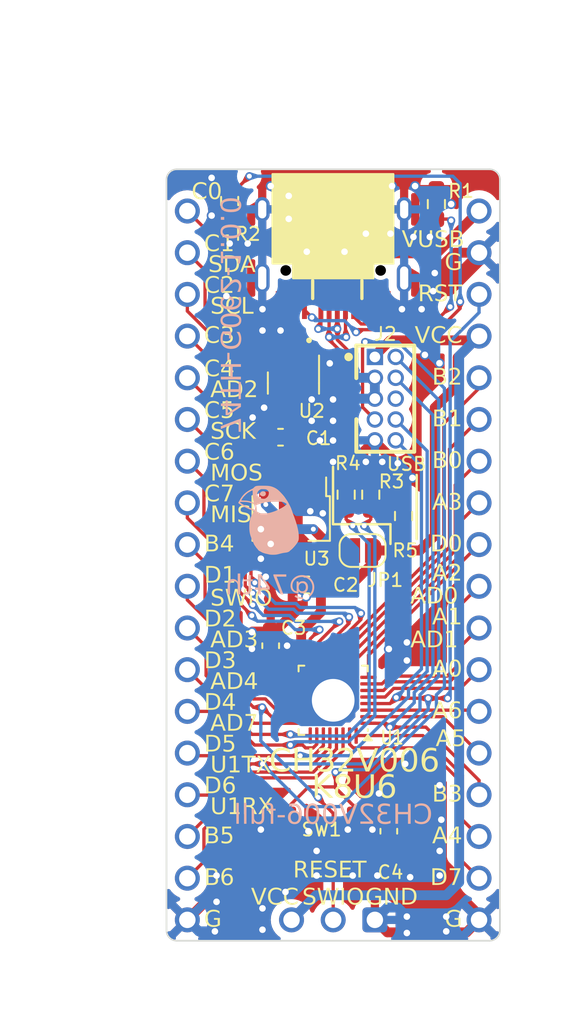
<source format=kicad_pcb>
(kicad_pcb (version 20240108) (generator "pcbnew") (generator_version "8.0")
  (title_block (title "CH32V006-full") (rev "1.0.0"))
  (layers (0 "F.Cu" signal) (31 "B.Cu" signal) (34 "B.Paste" user) (35 "F.Paste" user) (36 "B.SilkS" user "B.Silkscreen") (37 "F.SilkS" user "F.Silkscreen") (38 "B.Mask" user) (39 "F.Mask" user) (44 "Edge.Cuts" user))
  (net 0 "")
  (net 1 "GND")
  (net 2 "+5V")
  (net 3 "VCC")
  (net 4 "/RST")
  (net 5 "/PD1")
  (net 6 "/PB3")
  (net 7 "/PA5")
  (net 8 "/PB1")
  (net 9 "/PB5")
  (net 10 "/PB2")
  (net 11 "/PB0")
  (net 12 "VUSB")
  (net 13 "/PA0")
  (net 14 "/PA1")
  (net 15 "/PA4")
  (net 16 "/PA2")
  (net 17 "/PB6")
  (net 18 "/PA6")
  (net 19 "/PB4")
  (net 20 "/PA3")
  (net 21 "/PC7")
  (net 22 "/PC3")
  (net 23 "/PC1")
  (net 24 "/PD5")
  (net 25 "/PD4")
  (net 26 "/PD6")
  (net 27 "/PD2")
  (net 28 "/PD3")
  (net 29 "/PC2")
  (net 30 "/PD7")
  (net 31 "/PC4")
  (net 32 "/PC0")
  (net 33 "/PD0")
  (net 34 "/PC5")
  (net 35 "/PC6")
  (net 36 "Net-(J1-CC2)")
  (net 37 "Net-(J1-CC1)")
  (net 39 "/USB_D+")
  (net 40 "/USB_D-")
  (footprint "74th:Register_0603_1608" (layer "F.Cu") (at 122.4 64.3 -90)
    (property "Reference" "R5")
    (property "Value" "1.5k(NC)" (hide yes))
  )
  (footprint "74th:Package_QFN-32-1EP_4x4mm_P0.4mm_EP2.7x2.7mm_hand" (layer "F.Cu") (at 118.11 75.525 180)
    (property "Reference" "U1")
    (property "Value" "CH32V006K8U6")
  )
  (footprint "74th:Package_SOT-89-3" (layer "F.Cu") (at 115.55 64.45 -90)
    (property "Reference" "U3")
    (property "Value" "AMS1117")
  )
  (footprint "74th:PinOut_Pin_18" (layer "F.Cu") (at 127 45.72 -90)
    (property "Reference" "CH2" (hide yes))
    (property "Value" "Pin_18" (hide yes))
  )
  (footprint "74th:Register_0603_1608" (layer "F.Cu") (at 120.4 63 90)
    (property "Reference" "R3")
    (property "Value" "10(NC)" (hide yes))
  )
  (footprint "74th:PinOut_Pin_18" (layer "F.Cu") (at 109.22 45.72 -90)
    (property "Reference" "CH3" (hide yes))
    (property "Value" "Pin_18" (hide yes))
  )
  (footprint "74th:PinOut_Pin_3_3GND" (layer "F.Cu") (at 115.57 88.9)
    (property "Reference" "CH1" (hide yes))
    (property "Value" "SWD" (hide yes))
  )
  (footprint "74th:Capacitor_0603_1608" (layer "F.Cu") (at 121.5 83.4 -90)
    (property "Reference" "C4")
    (property "Value" "100n" (hide yes))
  )
  (footprint "74th:Capacitor_0603_1608" (layer "F.Cu") (at 116.6 68.5 180)
    (property "Reference" "C2")
    (property "Value" "10u" (hide yes))
  )
  (footprint "74th:Register_0603_1608" (layer "F.Cu") (at 124.4 45.3 90)
    (property "Reference" "R1")
    (property "Value" "5.1k" (hide yes))
  )
  (footprint "74th:Register_0603_1608" (layer "F.Cu") (at 118.9 63 90)
    (property "Reference" "R4")
    (property "Value" "10(NC)" (hide yes))
  )
  (footprint "74th:Capacitor_0603_1608" (layer "F.Cu") (at 114.3 72.3 90)
    (property "Reference" "C3")
    (property "Value" "100n" (hide yes))
  )
  (footprint "74th:Connector_USB-C-Receptacle_SMT_12-Pin_Simple" (layer "F.Cu") (at 118.11 45.72 180)
    (property "Reference" "J1" (hide yes))
    (property "Value" "USB2.0-C_SMT")
  )
  (footprint "74th:Capacitor_0603_1608" (layer "F.Cu") (at 114.8 59.5)
    (property "Reference" "C1")
    (property "Value" "10u" (hide yes))
  )
  (footprint "74th:SolderJumper-2" (layer "F.Cu") (at 119.9 66.4)
    (property "Reference" "JP1")
    (property "Value" "Jumper_2_Open")
  )
  (footprint "74th:Switch_SKRPABE010" (layer "F.Cu") (at 117.4 83.4 180)
    (property "Reference" "SW1")
    (property "Value" "SW_Push" (hide yes))
  )
  (footprint "74th:Package_SOT-23" (layer "F.Cu") (at 115.6875 56.2 -90)
    (property "Reference" "U2")
    (property "Value" "CH213K")
  )
  (footprint "74th:Register_0603_1608" (layer "F.Cu") (at 111.8 45.1125 -90)
    (property "Reference" "R2")
    (property "Value" "5.1k" (hide yes))
  )
  (footprint "74th:Connector_HalfPinHeader_SWD" (layer "F.Cu") (at 120.65 54.61)
    (property "Reference" "J2")
    (property "Value" "SWD_10Pin_MCU-Side" (hide yes))
  )
  (footprint "74th:Logo_74th_5mm" (layer "B.Cu") (at 114.3 64.77 180)
    (property "Reference" "MISC-ICON" (hide yes))
    (property "Value" "LOGO" (hide yes))
  )
  (gr_line (start 121.6 64.8) (end 121.6 66) (stroke (width 0.15)) (layer "F.SilkS"))
  (gr_line (start 118.1 61.3) (end 118.1 64.8) (stroke (width 0.15)) (layer "F.SilkS"))
  (gr_line (start 118.1 64.8) (end 121.6 64.8) (stroke (width 0.15)) (layer "F.SilkS"))
  (gr_line (start 123.2 65.7) (end 123.2 61.8) (stroke (width 0.15)) (layer "F.SilkS"))
  (gr_arc (start 108.585 90.17) (mid 108.135987 89.984013) (end 107.95 89.535) (stroke (width 0.1)) (layer "Edge.Cuts"))
  (gr_line (start 108.585 43.18) (end 127.635 43.18) (stroke (width 0.1)) (layer "Edge.Cuts"))
  (gr_line (start 127.635 90.17) (end 108.585 90.17) (stroke (width 0.1)) (layer "Edge.Cuts"))
  (gr_arc (start 107.95 43.815) (mid 108.135987 43.365987) (end 108.585 43.18) (stroke (width 0.1)) (layer "Edge.Cuts"))
  (gr_line (start 128.27 43.815) (end 128.27 89.535) (stroke (width 0.1)) (layer "Edge.Cuts"))
  (gr_arc (start 127.635 43.18) (mid 128.084013 43.365987) (end 128.27 43.815) (stroke (width 0.1)) (layer "Edge.Cuts"))
  (gr_line (start 107.95 89.535) (end 107.95 43.815) (stroke (width 0.1)) (layer "Edge.Cuts"))
  (gr_arc (start 128.27 89.535) (mid 128.084013 89.984013) (end 127.635 90.17) (stroke (width 0.1)) (layer "Edge.Cuts"))
  (gr_text "CH32V006-full" (at 118.11 82.55 0) (layer "B.SilkS") (effects (font (size 1.2 1.2) (thickness 0.12)) (justify mirror)))
  (gr_text "74TH-G062-${REVISION}" (at 111.76 52.07 -90) (layer "B.SilkS") (effects (font (size 1.2 1.2) (thickness 0.12)) (justify mirror)))
  (gr_text "@74th" (at 114.3 68.58 0) (layer "B.SilkS") (effects (font (size 1.2 1.2) (thickness 0.12)) (justify mirror)))
  (gr_text "C6" (at 110.236 60.452 0) (layer "F.SilkS") (effects (font (size 1 1) (thickness 0.12)) (justify left)))
  (gr_text "D3" (at 110.236 73.152 0) (layer "F.SilkS") (effects (font (size 1 1) (thickness 0.12)) (justify left)))
  (gr_text "MOS" (at 110.617 61.722 0) (layer "F.SilkS") (effects (font (size 1 1) (thickness 0.12)) (justify left)))
  (gr_text "U1TX" (at 110.617 79.502 0) (layer "F.SilkS") (effects (font (size 1 1) (thickness 0.12)) (justify left)))
  (gr_text "U1RX" (at 110.617 82.042 0) (layer "F.SilkS") (effects (font (size 1 1) (thickness 0.12)) (justify left)))
  (gr_text "AD3" (at 110.617 71.882 0) (layer "F.SilkS") (effects (font (size 1 1) (thickness 0.12)) (justify left)))
  (gr_text "B6" (at 110.236 86.36 0) (layer "F.SilkS") (effects (font (size 1 1) (thickness 0.12)) (justify left)))
  (gr_text "CH32V006" (at 119.4 80.1 0) (layer "F.SilkS") (effects (font (size 1.4 1.4) (thickness 0.12)) (justify bottom)))
  (gr_text "D1" (at 110.236 67.945 0) (layer "F.SilkS") (effects (font (size 1 1) (thickness 0.12)) (justify left)))
  (gr_text "A2" (at 125.984 67.818 0) (layer "F.SilkS") (effects (font (size 1 1) (thickness 0.12)) (justify right)))
  (gr_text "AD1" (at 125.73 71.882 0) (layer "F.SilkS") (effects (font (size 1 1) (thickness 0.12)) (justify right)))
  (gr_text "A4" (at 125.984 83.82 0) (layer "F.SilkS") (effects (font (size 1 1) (thickness 0.12)) (justify right)))
  (gr_text "B5" (at 110.236 83.82 0) (layer "F.SilkS") (effects (font (size 1 1) (thickness 0.12)) (justify left)))
  (gr_text "A0" (at 125.984 73.66 0) (layer "F.SilkS") (effects (font (size 1 1) (thickness 0.12)) (justify right)))
  (gr_text "AD2" (at 110.617 56.642 0) (layer "F.SilkS") (effects (font (size 1 1) (thickness 0.12)) (justify left)))
  (gr_text "G" (at 110.236 88.9 0) (layer "F.SilkS") (effects (font (size 1 1) (thickness 0.12)) (justify left)))
  (gr_text "C3" (at 110.236 53.34 0) (layer "F.SilkS") (effects (font (size 1 1) (thickness 0.12)) (justify left)))
  (gr_text "D6" (at 110.236 80.772 0) (layer "F.SilkS") (effects (font (size 1 1) (thickness 0.12)) (justify left)))
  (gr_text "C7" (at 110.236 62.992 0) (layer "F.SilkS") (effects (font (size 1 1) (thickness 0.12)) (justify left)))
  (gr_text "AD0" (at 125.73 69.215 0) (layer "F.SilkS") (effects (font (size 1 1) (thickness 0.12)) (justify right)))
  (gr_text "D7" (at 125.984 86.36 0) (layer "F.SilkS") (effects (font (size 1 1) (thickness 0.12)) (justify right)))
  (gr_text "D0" (at 125.984 66.04 0) (layer "F.SilkS") (effects (font (size 1 1) (thickness 0.12)) (justify right)))
  (gr_text "SDA" (at 110.49 49.022 0) (layer "F.SilkS") (effects (font (size 1 1) (thickness 0.12)) (justify left)))
  (gr_text "G" (at 125.984 88.9 0) (layer "F.SilkS") (effects (font (size 1 1) (thickness 0.12)) (justify right)))
  (gr_text "A1" (at 125.984 70.485 0) (layer "F.SilkS") (effects (font (size 1 1) (thickness 0.12)) (justify right)))
  (gr_text "SWIO" (at 118.11 88.138 0) (layer "F.SilkS") (effects (font (size 1 1) (thickness 0.12)) (justify bottom)))
  (gr_text "A6" (at 125.984 76.2 0) (layer "F.SilkS") (effects (font (size 1 1) (thickness 0.12)) (justify right)))
  (gr_text "C2" (at 110.236 50.292 0) (layer "F.SilkS") (effects (font (size 1 1) (thickness 0.12)) (justify left)))
  (gr_text "SCK" (at 110.617 59.182 0) (layer "F.SilkS") (effects (font (size 1 1) (thickness 0.12)) (justify left)))
  (gr_text "K8U6" (at 119.4 81.7 0) (layer "F.SilkS") (effects (font (size 1.4 1.4) (thickness 0.12)) (justify bottom)))
  (gr_text "B2" (at 125.984 55.88 0) (layer "F.SilkS") (effects (font (size 1 1) (thickness 0.12)) (justify right)))
  (gr_text "B0" (at 125.984 60.96 0) (layer "F.SilkS") (effects (font (size 1 1) (thickness 0.12)) (justify right)))
  (gr_text "VCC" (at 114.554 88.138 0) (layer "F.SilkS") (effects (font (size 1 1) (thickness 0.12)) (justify bottom)))
  (gr_text "VCC" (at 125.984 53.34 0) (layer "F.SilkS") (effects (font (size 1 1) (thickness 0.12)) (justify right)))
  (gr_text "D5" (at 110.236 78.232 0) (layer "F.SilkS") (effects (font (size 1 1) (thickness 0.12)) (justify left)))
  (gr_text "RST" (at 125.984 50.8 0) (layer "F.SilkS") (effects (font (size 1 1) (thickness 0.12)) (justify right)))
  (gr_text "C4" (at 110.236 55.372 0) (layer "F.SilkS") (effects (font (size 1 1) (thickness 0.12)) (justify left)))
  (gr_text "C0" (at 109.474 44.577 0) (layer "F.SilkS") (effects (font (size 1 1) (thickness 0.12)) (justify left)))
  (gr_text "A5" (at 126.2 77.9 0) (layer "F.SilkS") (effects (font (size 1 1) (thickness 0.12)) (justify right)))
  (gr_text "VUSB" (at 126.111 47.498 0) (layer "F.SilkS") (effects (font (size 1 1) (thickness 0.12)) (justify right)))
  (gr_text "B3" (at 125.984 81.28 0) (layer "F.SilkS") (effects (font (size 1 1) (thickness 0.12)) (justify right)))
  (gr_text "C5" (at 110.236 57.912 0) (layer "F.SilkS") (effects (font (size 1 1) (thickness 0.12)) (justify left)))
  (gr_text "MIS" (at 110.617 64.262 0) (layer "F.SilkS") (effects (font (size 1 1) (thickness 0.12)) (justify left)))
  (gr_text "A3" (at 125.984 63.5 0) (layer "F.SilkS") (effects (font (size 1 1) (thickness 0.12)) (justify right)))
  (gr_text "B4" (at 110.236 66.04 0) (layer "F.SilkS") (effects (font (size 1 1) (thickness 0.12)) (justify left)))
  (gr_text "C1" (at 110.236 47.752 0) (layer "F.SilkS") (effects (font (size 1 1) (thickness 0.12)) (justify left)))
  (gr_text "USB" (at 121.3 61.6 0) (layer "F.SilkS") (effects (font (size 0.8 0.8) (thickness 0.12)) (justify left bottom)))
  (gr_text "D2" (at 110.236 70.612 0) (layer "F.SilkS") (effects (font (size 1 1) (thickness 0.12)) (justify left)))
  (gr_text "D4" (at 110.236 75.692 0) (layer "F.SilkS") (effects (font (size 1 1) (thickness 0.12)) (justify left)))
  (gr_text "SWIO" (at 110.617 69.342 0) (layer "F.SilkS") (effects (font (size 1 1) (thickness 0.12)) (justify left)))
  (gr_text "AD4" (at 110.617 74.422 0) (layer "F.SilkS") (effects (font (size 1 1) (thickness 0.12)) (justify left)))
  (gr_text "AD7" (at 110.617 76.962 0) (layer "F.SilkS") (effects (font (size 1 1) (thickness 0.12)) (justify left)))
  (gr_text "GND" (at 121.666 88.138 0) (layer "F.SilkS") (effects (font (size 1 1) (thickness 0.12)) (justify bottom)))
  (gr_text "SCL" (at 110.617 51.562 0) (layer "F.SilkS") (effects (font (size 1 1) (thickness 0.12)) (justify left)))
  (gr_text "B1" (at 125.984 58.42 0) (layer "F.SilkS") (effects (font (size 1 1) (thickness 0.12)) (justify right)))
  (gr_text "G" (at 125.984 48.895 0) (layer "F.SilkS") (effects (font (size 1 1) (thickness 0.12)) (justify right)))
  (segment (start 117.05 61.297) (end 117.05 62) (width 0.6) (layer "F.Cu") (net 1))
  (segment (start 110.957 87.757) (end 111 87.8) (width 0.6) (layer "F.Cu") (net 1))
  (segment (start 115.8 59.5) (end 116.8 58.5) (width 0.6) (layer "F.Cu") (net 1))
  (segment (start 115.7625 59.5) (end 115.7625 60.0095) (width 0.6) (layer "F.Cu") (net 1))
  (segment (start 114.3 71.3375) (end 114.4375 71.3375) (width 0.6) (layer "F.Cu") (net 1))
  (segment (start 114.3 71.3375) (end 113.1935 71.3375) (width 0.6) (layer "F.Cu") (net 1))
  (segment (start 119.95 60.85) (end 120.1 61) (width 0.6) (layer "F.Cu") (net 1))
  (segment (start 115.7625 60.0095) (end 117.05 61.297) (width 0.6) (layer "F.Cu") (net 1))
  (segment (start 117.578 62) (end 117.983 61.595) (width 0.6) (layer "F.Cu") (net 1))
  (segment (start 125.062 89.662) (end 125 89.6) (width 0.6) (layer "F.Cu") (net 1))
  (segment (start 114.3 71.3375) (end 114.5625 71.3375) (width 0.6) (layer "F.Cu") (net 1))
  (segment (start 115.7625 59.5) (end 115.8 59.5) (width 0.6) (layer "F.Cu") (net 1))
  (segment (start 113.157 72.39) (end 113.2475 72.39) (width 0.6) (layer "F.Cu") (net 1))
  (segment (start 115.6375 70.1375) (end 115.6375 68.5) (width 0.6) (layer "F.Cu") (net 1))
  (segment (start 127 88.6) (end 124.6 86.2) (width 0.6) (layer "F.Cu") (net 1))
  (segment (start 118.1 61) (end 117.975 61.125) (width 0.6) (layer "F.Cu") (net 1))
  (segment (start 114.5 71.3375) (end 114.5 71.4) (width 0.6) (layer "F.Cu") (net 1))
  (segment (start 117.05 62) (end 117.578 62) (width 0.6) (layer "F.Cu") (net 1))
  (segment (start 120.65 59.763503) (end 121.973497 61.087) (width 0.6) (layer "F.Cu") (net 1))
  (segment (start 114.5 68.5) (end 114 68) (width 0.6) (layer "F.Cu") (net 1))
  (segment (start 126.238 89.662) (end 125.062 89.662) (width 0.6) (layer "F.Cu") (net 1))
  (segment (start 120.65 88.9) (end 121.412 89.662) (width 0.6) (layer "F.Cu") (net 1))
  (segment (start 120.65 59.69) (end 119.95 60.39) (width 0.6) (layer "F.Cu") (net 1))
  (segment (start 117.975 61.125) (end 117.975 61.595) (width 0.6) (layer "F.Cu") (net 1))
  (segment (start 114.5 71.3375) (end 114.5625 71.3375) (width 0.6) (layer "F.Cu") (net 1))
  (segment (start 113.2475 72.39) (end 114.3 71.3375) (width 0.6) (layer "F.Cu") (net 1))
  (segment (start 109.22 88.9) (end 110.363 87.757) (width 0.6) (layer "F.Cu") (net 1))
  (segment (start 113.1935 71.3375) (end 113.157 71.374) (width 0.6) (layer "F.Cu") (net 1))
  (segment (start 125.2 50.6) (end 124.2 50.6) (width 0.6) (layer "F.Cu") (net 1))
  (segment (start 120.65 59.69) (end 120.65 59.763503) (width 0.6) (layer "F.Cu") (net 1))
  (segment (start 125.54 48.26) (end 124.3 49.5) (width 0.6) (layer "F.Cu") (net 1))
  (segment (start 120.65 55.88) (end 120.777 55.88) (width 0.6) (layer "F.Cu") (net 1))
  (segment (start 121.412 89.662) (end 122.562 89.662) (width 0.6) (layer "F.Cu") (net 1))
  (segment (start 127 88.9) (end 127 88.6) (width 0.6) (layer "F.Cu") (net 1))
  (segment (start 115.6375 68.5) (end 114.5 68.5) (width 0.6) (layer "F.Cu") (net 1))
  (segment (start 114.5 71.3375) (end 114.4625 71.3375) (width 0.6) (layer "F.Cu") (net 1))
  (segment (start 114.4375 71.3375) (end 115.3 72.2) (width 0.6) (layer "F.Cu") (net 1))
  (segment (start 127 48.26) (end 125.54 48.26) (width 0.6) (layer "F.Cu") (net 1))
  (segment (start 115.7 70.2) (end 115.6375 70.1375) (width 0.6) (layer "F.Cu") (net 1))
  (segment (start 121.973497 61.087) (end 122.047 61.087) (width 0.6) (layer "F.Cu") (net 1))
  (segment (start 111.725 46.1) (end 111.8 46.025) (width 0.2) (layer "F.Cu") (net 1))
  (segment (start 110.363 87.757) (end 110.957 87.757) (width 0.6) (layer "F.Cu") (net 1))
  (segment (start 119.95 60.39) (end 119.95 60.85) (width 0.6) (layer "F.Cu") (net 1))
  (segment (start 127 88.9) (end 126.238 89.662) (width 0.6) (layer "F.Cu") (net 1))
  (segment (start 114.5625 71.3375) (end 115.7 70.2) (width 0.6) (layer "F.Cu") (net 1))
  (segment (start 127 48.8) (end 125.2 50.6) (width 0.6) (layer "F.Cu") (net 1))
  (segment (start 122.562 89.662) (end 122.6 89.7) (width 0.6) (layer "F.Cu") (net 1))
  (segment (start 127 48.26) (end 127 48.8) (width 0.6) (layer "F.Cu") (net 1))
  (via (at 118.1 59.7) (size 0.6) (drill 0.4) (layers "F.Cu" "B.Cu") (net 1))
  (via (at 124.587 54.991) (size 0.6) (drill 0.4) (layers "F.Cu" "B.Cu") (net 1))
  (via (at 117.1 84.7) (size 0.6) (drill 0.4) (layers "F.Cu" "B.Cu") (net 1))
  (via (at 124.7 82.8) (size 0.6) (drill 0.4) (layers "F.Cu" "B.Cu") (net 1))
  (via (at 113.8 51.7) (size 0.6) (drill 0.4) (layers "F.Cu" "B.Cu") (net 1))
  (via (at 122.6 73.1) (size 0.6) (drill 0.4) (layers "F.Cu" "B.Cu") (net 1))
  (via (at 113.8 89.5) (size 0.6) (drill 0.4) (layers "F.Cu" "B.Cu") (net 1))
  (via (at 114.3 66) (size 0.6) (drill 0.4) (layers "F.Cu" "B.Cu") (net 1))
  (via (at 120.5 83.4) (size 0.6) (drill 0.4) (layers "F.Cu" "B.Cu") (net 1))
  (via (at 117.3 59.7) (size 0.6) (drill 0.4) (layers "F.Cu" "B.Cu") (net 1))
  (via (at 111.6 50.9) (size 0.6) (drill 0.4) (layers "F.Cu" "B.Cu") (net 1))
  (via (at 124.6 84.7) (size 0.6) (drill 0.4) (layers "F.Cu" "B.Cu") (net 1))
  (via (at 113.9 57.7) (size 0.6) (drill 0.4) (layers "F.Cu" "B.Cu") (net 1))
  (via (at 120.8 86.2) (size 0.6) (drill 0.4) (layers "F.Cu" "B.Cu") (net 1))
  (via (at 122.3 51.7) (size 0.6) (drill 0.4) (layers "F.Cu" "B.Cu") (net 1))
  (via (at 124.6 86.2) (size 0.6) (drill 0.4) (layers "F.Cu" "B.Cu") (net 1))
  (via (at 119.3 86.2) (size 0.6) (drill 0.4) (layers "F.Cu" "B.Cu") (net 1))
  (via (at 122.5 79.4) (size 0.6) (drill 0.4) (layers "F.Cu" "B.Cu") (net 1))
  (via (at 124 47.3) (size 0.6) (drill 0.4) (layers "F.Cu" "B.Cu") (net 1))
  (via (at 122.6 88.7) (size 0.6) (drill 0.4) (layers "F.Cu" "B.Cu") (net 1))
  (via (at 118.1 58.5) (size 0.6) (drill 0.4) (layers "F.Cu" "B.Cu") (net 1))
  (via (at 122.938 61.976) (size 0.6) (drill 0.4) (layers "F.Cu" "B.Cu") (net 1))
  (via (at 125 88.7) (size 0.6) (drill 0.4) (layers "F.Cu" "B.Cu") (net 1))
  (via (at 116.8 57.2) (size 0.6) (drill 0.4) (layers "F.Cu" "B.Cu") (net 1))
  (via (at 118.8 48.2) (size 0.6) (drill 0.4) (layers "F.Cu" "B.Cu") (net 1))
  (via (at 113.7 66.9) (size 0.6) (drill 0.4) (layers "F.Cu" "B.Cu") (net 1))
  (via (at 115.2 87.2) (size 0.6) (drill 0.4) (layers "F.Cu" "B.Cu") (net 1))
  (via (at 117.9 55) (size 0.6) (drill 0.4) (layers "F.Cu" "B.Cu") (net 1))
  (via (at 110.7 43.7) (size 0.6) (drill 0.4) (layers "F.Cu" "B.Cu") (net 1))
  (via (at 113.157 72.39) (size 0.6) (drill 0.4) (layers "F.Cu" "B.Cu") (net 1))
  (via (at 118.1 61) (size 0.6) (drill 0.4) (layers "F.Cu" "B.Cu") (net 1))
  (via (at 123.698 54.483) (size 0.6) (drill 0.4) (layers "F.Cu" "B.Cu") (net 1))
  (via (at 124.6 80.7) (size 0.6) (drill 0.4) (layers "F.Cu" "B.Cu") (net 1))
  (via (at 110.7 46) (size 0.6) (drill 0.4) (layers "F.Cu" "B.Cu") (net 1))
  (via (at 114 68) (size 0.6) (drill 0.4) (layers "F.Cu" "B.Cu") (net 1))
  (via (at 123 47.3) (size 0.6) (drill 0.4) (layers "F.Cu" "B.Cu") (net 1))
  (via (at 111 87.8) (size 0.6) (drill 0.4) (layers "F.Cu" "B.Cu") (net 1))
  (via (at 110.9 89.6) (size 0.6) (drill 0.4) (layers "F.Cu" "B.Cu") (net 1))
  (via (at 125.3 45.3) (size 0.6) (drill 0.4) (layers "F.Cu" "B.Cu") (net 1))
  (via (at 121.5 72.4) (size 0.6) (drill 0.4) (layers "F.Cu" "B.Cu") (net 1))
  (via (at 111.8 47.7) (size 0.6) (drill 0.4) (layers "F.Cu" "B.Cu") (net 1))
  (via (at 113.7 83.4) (size 0.6) (drill 0.4) (layers "F.Cu" "B.Cu") (net 1))
  (via (at 122.6 72) (size 0.6) (drill 0.4) (layers "F.Cu" "B.Cu") (net 1))
  (via (at 114.3 44.2) (size 0.6) (drill 0.4) (layers "F.Cu" "B.Cu") (net 1))
  (via (at 121.7 44.2) (size 0.6) (drill 0.4) (layers "F.Cu" "B.Cu") (net 1))
  (via (at 121.6 47.1) (size 0.6) (drill 0.4) (layers "F.Cu" "B.Cu") (net 1))
  (via (at 121.1 61) (size 0.6) (drill 0.4) (layers "F.Cu" "B.Cu") (net 1))
  (via (at 112.9 47.7) (size 0.6) (drill 0.4) (layers "F.Cu" "B.Cu") (net 1))
  (via (at 114.9 53) (size 0.6) (drill 0.4) (layers "F.Cu" "B.Cu") (net 1))
  (via (at 115.4 46.2) (size 0.6) (drill 0.4) (layers "F.Cu" "B.Cu") (net 1))
  (via (at 113.157 71.374) (size 0.6) (drill 0.4) (layers "F.Cu" "B.Cu") (net 1))
  (via (at 120.1 47.1) (size 0.6) (drill 0.4) (layers "F.Cu" "B.Cu") (net 1))
  (via (at 113.2 58.3) (size 0.6) (drill 0.4) (layers "F.Cu" "B.Cu") (net 1))
  (via (at 118.1 57.2) (size 0.6) (drill 0.4) (layers "F.Cu" "B.Cu") (net 1))
  (via (at 116.713 64.008) (size 0.6) (drill 0.4) (layers "F.Cu" "B.Cu") (net 1))
  (via (at 115.4 44.8) (size 0.6) (drill 0.4) (layers "F.Cu" "B.Cu") (net 1))
  (via (at 111 86.2) (size 0.6) (drill 0.4) (layers "F.Cu" "B.Cu") (net 1))
  (via (at 115.3 72.2) (size 0.6) (drill 0.4) (layers "F.Cu" "B.Cu") (net 1))
  (via (at 122.6 89.7) (size 0.6) (drill 0.4) (layers "F.Cu" "B.Cu") (net 1))
  (via (at 124.3 49.5) (size 0.6) (drill 0.4) (layers "F.Cu" "B.Cu") (net 1))
  (via (at 122.047 61.087) (size 0.6) (drill 0.4) (layers "F.Cu" "B.Cu") (net 1))
  (via (at 124.2 50.6) (size 0.6) (drill 0.4) (layers "F.Cu" "B.Cu") (net 1))
  (via (at 117.1 86.2) (size 0.6) (drill 0.4) (layers "F.Cu" "B.Cu") (net 1))
  (via (at 123.1 44.2) (size 0.6) (drill 0.4) (layers "F.Cu" "B.Cu") (net 1))
  (via (at 116.5 48.2) (size 0.6) (drill 0.4) (layers "F.Cu" "B.Cu") (net 1))
  (via (at 123.5 51.7) (size 0.6) (drill 0.4) (layers "F.Cu" "B.Cu") (net 1))
  (via (at 117.475 64.135) (size 0.6) (drill 0.4) (layers "F.Cu" "B.Cu") (net 1))
  (via (at 116.459 69.215) (size 0.6) (drill 0.4) (layers "F.Cu" "B.Cu") (net 1))
  (via (at 120.9 81.2) (size 0.6) (drill 0.4) (layers "F.Cu" "B.Cu") (net 1))
  (via (at 119 83.4) (size 0.6) (drill 0.4) (layers "F.Cu" "B.Cu") (net 1))
  (via (at 120.1 61) (size 0.6) (drill 0.4) (layers "F.Cu" "B.Cu") (net 1))
  (via (at 122.8 86.3) (size 0.6) (drill 0.4) (layers "F.Cu" "B.Cu") (net 1))
  (via (at 125 89.6) (size 0.6) (drill 0.4) (layers "F.Cu" "B.Cu") (net 1))
  (via (at 113.7 65.1) (size 0.6) (drill 0.4) (layers "F.Cu" "B.Cu") (net 1))
  (via (at 113.8 88.2) (size 0.6) (drill 0.4) (layers "F.Cu" "B.Cu") (net 1))
  (via (at 113.8 53) (size 0.6) (drill 0.4) (layers "F.Cu" "B.Cu") (net 1))
  (via (at 116.8 58.5) (size 0.6) (drill 0.4) (layers "F.Cu" "B.Cu") (net 1))
  (via (at 116.6 83.5) (size 0.6) (drill 0.4) (layers "F.Cu" "B.Cu") (net 1))
  (segment (start 118.78 55.88) (end 117.9 55) (width 0.6) (layer "B.Cu") (net 1))
  (segment (start 118.15 57.15) (end 118.1 57.2) (width 0.6) (layer "B.Cu") (net 1))
  (segment (start 120.65 57.15) (end 118.15 57.15) (width 0.6) (layer "B.Cu") (net 1))
  (segment (start 120.65 55.88) (end 120.65 57.15) (width 0.6) (layer "B.Cu") (net 1))
  (segment (start 110.9 89.6) (end 109.92 89.6) (width 0.6) (layer "B.Cu") (net 1))
  (segment (start 120.65 55.88) (end 118.78 55.88) (width 0.6) (layer "B.Cu") (net 1))
  (segment (start 109.92 89.6) (end 109.22 88.9) (width 0.6) (layer "B.Cu") (net 1))
  (segment (start 120.65 88.9) (end 121.4 88.15) (width 0.6) (layer "B.Cu") (net 1))
  (segment (start 122.05 88.15) (end 122.6 88.7) (width 0.6) (layer "B.Cu") (net 1))
  (segment (start 121.4 88.15) (end 122.05 88.15) (width 0.6) (layer "B.Cu") (net 1))
  (segment (start 114.0375 59.5) (end 114.0375 58.9625) (width 0.6) (layer "F.Cu") (net 2))
  (segment (start 114.7375 58.2625) (end 114.7375 54.8125) (width 0.6) (layer "F.Cu") (net 2))
  (segment (start 114.0375 58.9625) (end 114.7375 58.2625) (width 0.6) (layer "F.Cu") (net 2))
  (segment (start 119.25 66.4) (end 118.2 66.4) (width 0.6) (layer "F.Cu") (net 2))
  (segment (start 114.05 62) (end 114.05 59.7125) (width 0.6) (layer "F.Cu") (net 2))
  (segment (start 114.05 59.5125) (end 114.0375 59.5) (width 0.6) (layer "F.Cu") (net 2))
  (segment (start 114.05 59.7125) (end 113.8375 59.5) (width 0.6) (layer "F.Cu") (net 2))
  (segment (start 114.05 62) (end 114.05 59.5125) (width 0.6) (layer "F.Cu") (net 2))
  (segment (start 118.2 66.4) (end 116.9 65.1) (width 0.6) (layer "F.Cu") (net 2))
  (segment (start 114 63.6) (end 114 62.05) (width 0.6) (layer "F.Cu") (net 2))
  (segment (start 114 62.05) (end 114.05 62) (width 0.6) (layer "F.Cu") (net 2))
  (via (at 114 63.6) (size 0.5) (drill 0.3) (layers "F.Cu" "B.Cu") (net 2))
  (via (at 116.9 65.1) (size 0.5) (drill 0.3) (layers "F.Cu" "B.Cu") (net 2))
  (segment (start 114 63.6) (end 115.5 65.1) (width 0.6) (layer "B.Cu") (net 2))
  (segment (start 115.5 65.1) (end 116.9 65.1) (width 0.6) (layer "B.Cu") (net 2))
  (segment (start 115.8 65.3) (end 115.525 65.3) (width 0.6) (layer "F.Cu") (net 3))
  (segment (start 116.16 71.34589) (end 116.16 72.44) (width 0.6) (layer "F.Cu") (net 3))
  (segment (start 127 53.34) (end 126.74 53.6) (width 0.6) (layer "F.Cu") (net 3))
  (segment (start 126.74 53.6) (end 121.586497 53.6) (width 0.6) (layer "F.Cu") (net 3))
  (segment (start 125.7 54.64) (end 127 53.34) (width 0.6) (layer "F.Cu") (net 3))
  (segment (start 116.16 72.44) (end 115.5375 73.0625) (width 0.6) (layer "F.Cu") (net 3))
  (segment (start 122.4 65.2125) (end 122.4 66.3) (width 0.6) (layer "F.Cu") (net 3))
  (segment (start 121.586497 53.6) (end 120.65 54.536497) (width 0.6) (layer "F.Cu") (net 3))
  (segment (start 124.3 65.5) (end 124.3 57.7) (width 0.6) (layer "F.Cu") (net 3))
  (segment (start 114.3 73.0625) (end 115.5375 73.0625) (width 0.6) (layer "F.Cu") (net 3))
  (segment (start 122.3 66.4) (end 123.4 66.4) (width 0.6) (layer "F.Cu") (net 3))
  (segment (start 120.2525 67.4525) (end 120.55 67.155) (width 0.6) (layer "F.Cu") (net 3))
  (segment (start 119.8025 67.9025) (end 120.2525 67.4525) (width 0.6) (layer "F.Cu") (net 3))
  (segment (start 117.3625 68.5) (end 119.205 68.5) (width 0.6) (layer "F.Cu") (net 3))
  (segment (start 117.3625 66.8625) (end 115.8 65.3) (width 0.6) (layer "F.Cu") (net 3))
  (segment (start 117.3625 70.14339) (end 116.16 71.34589) (width 0.6) (layer "F.Cu") (net 3))
  (segment (start 117.3625 68.5) (end 117.3625 66.8625) (width 0.6) (layer "F.Cu") (net 3))
  (segment (start 120.65 54.536497) (end 120.65 54.61) (width 0.6) (layer "F.Cu") (net 3))
  (segment (start 119.205 68.5) (end 120.2525 67.4525) (width 0.6) (layer "F.Cu") (net 3))
  (segment (start 125.7 56.3) (end 125.7 54.64) (width 0.6) (layer "F.Cu") (net 3))
  (segment (start 120.55 66.4) (end 122.3 66.4) (width 0.6) (layer "F.Cu") (net 3))
  (segment (start 117.3625 68.5) (end 117.3625 70.14339) (width 0.6) (layer "F.Cu") (net 3))
  (segment (start 123.4 66.4) (end 124.3 65.5) (width 0.6) (layer "F.Cu") (net 3))
  (segment (start 124.3 57.7) (end 125.7 56.3) (width 0.6) (layer "F.Cu") (net 3))
  (segment (start 119.205 68.5) (end 119.8025 67.9025) (width 0.6) (layer "F.Cu") (net 3))
  (segment (start 115.625 65.4) (end 115.525 65.3) (width 0.6) (layer "F.Cu") (net 3))
  (segment (start 122.4 66.3) (end 122.3 66.4) (width 0.6) (layer "F.Cu") (net 3))
  (segment (start 115.3625 74.125) (end 114.3 73.0625) (width 0.3) (layer "F.Cu") (net 3))
  (segment (start 115.96 74.125) (end 115.3625 74.125) (width 0.3) (layer "F.Cu") (net 3))
  (segment (start 120.55 67.155) (end 120.55 66.4) (width 0.6) (layer "F.Cu") (net 3))
  (segment (start 127 53.34) (end 125.788 54.552) (width 0.6) (layer "B.Cu") (net 3))
  (segment (start 125.788 86.612) (end 125 87.4) (width 0.6) (layer "B.Cu") (net 3))
  (segment (start 117.07 87.4) (end 115.57 88.9) (width 0.6) (layer "B.Cu") (net 3))
  (segment (start 125.788 54.552) (end 125.788 86.612) (width 0.6) (layer "B.Cu") (net 3))
  (segment (start 125 87.4) (end 117.07 87.4) (width 0.6) (layer "B.Cu") (net 3))
  (segment (start 121.582108 75.725) (end 120.26 75.725) (width 0.2) (layer "F.Cu") (net 4))
  (segment (start 116.6 80.8) (end 118.2 80.8) (width 0.2) (layer "F.Cu") (net 4))
  (segment (start 118.25 80.85) (end 119.725 82.325) (width 0.2) (layer "F.Cu") (net 4))
  (segment (start 121.953554 75.353554) (end 121.582108 75.725) (width 0.2) (layer "F.Cu") (net 4))
  (segment (start 118.2 80.8) (end 119.725 82.325) (width 0.2) (layer "F.Cu") (net 4))
  (segment (start 118.25 79.9) (end 118.25 80.85) (width 0.2) (layer "F.Cu") (net 4))
  (segment (start 123.9 75.4) (end 122 75.4) (width 0.2) (layer "F.Cu") (net 4))
  (segment (start 122 75.4) (end 121.953554 75.353554) (width 0.2) (layer "F.Cu") (net 4))
  (segment (start 125.088 75.4) (end 123.9 75.4) (width 0.2) (layer "F.Cu") (net 4))
  (segment (start 121.1875 82.325) (end 121.5 82.6375) (width 0.2) (layer "F.Cu") (net 4))
  (segment (start 115.075 82.325) (end 116.6 80.8) (width 0.2) (layer "F.Cu") (net 4))
  (segment (start 119.725 82.325) (end 121.1875 82.325) (width 0.2) (layer "F.Cu") (net 4))
  (via (at 118.25 79.9) (size 0.5) (drill 0.3) (layers "F.Cu" "B.Cu") (net 4))
  (via (at 125.088 75.4) (size 0.5) (drill 0.3) (layers "F.Cu" "B.Cu") (net 4))
  (via (at 123.9 75.4) (size 0.5) (drill 0.3) (layers "F.Cu" "B.Cu") (net 4))
  (via (at 121.953554 75.353554) (size 0.5) (drill 0.3) (layers "F.Cu" "B.Cu") (net 4))
  (segment (start 127 51.908814) (end 125.238 53.670814) (width 0.2) (layer "B.Cu") (net 4))
  (segment (start 120.244974 79.75) (end 123.9 76.094974) (width 0.2) (layer "B.Cu") (net 4))
  (segment (start 121.953554 75.353554) (end 122.35 74.957108) (width 0.2) (layer "B.Cu") (net 4))
  (segment (start 122.35 74.957108) (end 122.35 74.757969) (width 0.2) (layer "B.Cu") (net 4))
  (segment (start 118.25 79.9) (end 118.4 79.75) (width 0.2) (layer "B.Cu") (net 4))
  (segment (start 122.35 74.757969) (end 123.488 73.619969) (width 0.2) (layer "B.Cu") (net 4))
  (segment (start 125.238 53.670814) (end 125.238 75.25) (width 0.2) (layer "B.Cu") (net 4))
  (segment (start 118.4 79.75) (end 120.244974 79.75) (width 0.2) (layer "B.Cu") (net 4))
  (segment (start 125.238 75.25) (end 125.088 75.4) (width 0.2) (layer "B.Cu") (net 4))
  (segment (start 123.9 76.094974) (end 123.9 75.4) (width 0.2) (layer "B.Cu") (net 4))
  (segment (start 127 50.8) (end 127 51.908814) (width 0.2) (layer "B.Cu") (net 4))
  (segment (start 123.488 61.258) (end 121.92 59.69) (width 0.2) (layer "B.Cu") (net 4))
  (segment (start 123.488 73.619969) (end 123.488 61.258) (width 0.2) (layer "B.Cu") (net 4))
  (segment (start 118.11 82.41) (end 118.11 88.9) (width 0.2) (layer "F.Cu") (net 5))
  (segment (start 110.744 70.938974) (end 109.22 69.414974) (width 0.2) (layer "F.Cu") (net 5))
  (segment (start 113.256002 75.956002) (end 110.744 73.444) (width 0.2) (layer "F.Cu") (net 5))
  (segment (start 113.781998 75.956002) (end 113.256002 75.956002) (width 0.2) (layer "F.Cu") (net 5))
  (segment (start 113.781998 75.956002) (end 114.350996 76.525) (width 0.2) (layer "F.Cu") (net 5))
  (segment (start 109.22 69.414974) (end 109.22 68.58) (width 0.2) (layer "F.Cu") (net 5))
  (segment (start 114.350996 76.525) (end 115.96 76.525) (width 0.2) (layer "F.Cu") (net 5))
  (segment (start 117.19314 81.441158) (end 117.19314 81.49314) (width 0.2) (layer "F.Cu") (net 5))
  (segment (start 117.19314 81.49314) (end 118.11 82.41) (width 0.2) (layer "F.Cu") (net 5))
  (segment (start 110.744 73.444) (end 110.744 70.938974) (width 0.2) (layer "F.Cu") (net 5))
  (via (at 117.19314 81.441158) (size 0.5) (drill 0.3) (layers "F.Cu" "B.Cu") (net 5))
  (via (at 113.781998 75.956002) (size 0.5) (drill 0.3) (layers "F.Cu" "B.Cu") (net 5))
  (segment (start 113.7 76.038) (end 113.781998 75.956002) (width 0.2) (layer "B.Cu") (net 5))
  (segment (start 124.538 57.228) (end 124.538 74.054893) (width 0.2) (layer "B.Cu") (net 5))
  (segment (start 121.92 54.61) (end 124.538 57.228) (width 0.2) (layer "B.Cu") (net 5))
  (segment (start 113.7 78) (end 113.7 76.038) (width 0.2) (layer "B.Cu") (net 5))
  (segment (start 124.538 74.054893) (end 123.4 75.192893) (width 0.2) (layer "B.Cu") (net 5))
  (segment (start 117.141158 81.441158) (end 114.55 78.85) (width 0.2) (layer "B.Cu") (net 5))
  (segment (start 123.4 76.1) (end 120.1 79.4) (width 0.2) (layer "B.Cu") (net 5))
  (segment (start 123.4 75.192893) (end 123.4 76.1) (width 0.2) (layer "B.Cu") (net 5))
  (segment (start 113.7 78) (end 114.55 78.85) (width 0.2) (layer "B.Cu") (net 5))
  (segment (start 117.19314 81.441158) (end 117.141158 81.441158) (width 0.2) (layer "B.Cu") (net 5))
  (segment (start 120.1 79.4) (end 115.1 79.4) (width 0.2) (layer "B.Cu") (net 5))
  (segment (start 115.1 79.4) (end 113.7 78) (width 0.2) (layer "B.Cu") (net 5))
  (segment (start 121.560662 77.160662) (end 123.760662 77.160662) (width 0.2) (layer "F.Cu") (net 6))
  (segment (start 127 80.4) (end 127 81.28) (width 0.2) (layer "F.Cu") (net 6))
  (segment (start 123.760662 77.160662) (end 127 80.4) (width 0.2) (layer "F.Cu") (net 6))
  (segment (start 120.26 76.925) (end 121.325 76.925) (width 0.2) (layer "F.Cu") (net 6))
  (segment (start 121.325 76.925) (end 121.560662 77.160662) (width 0.2) (layer "F.Cu") (net 6))
  (via (at 121.560662 77.160662) (size 0.5) (drill 0.3) (layers "F.Cu" "B.Cu") (net 6))
  (segment (start 124.188 58.148) (end 121.92 55.88) (width 0.2) (layer "B.Cu") (net 6))
  (segment (start 121.560662 77.160662) (end 123.05 75.671324) (width 0.2) (layer "B.Cu") (net 6))
  (segment (start 123.05 75.671324) (end 123.05 75.047918) (width 0.2) (layer "B.Cu") (net 6))
  (segment (start 124.188 73.909918) (end 124.188 58.148) (width 0.2) (layer "B.Cu") (net 6))
  (segment (start 123.05 75.047918) (end 124.188 73.909918) (width 0.2) (layer "B.Cu") (net 6))
  (segment (start 124.785 76.525) (end 127 78.74) (width 0.2) (layer "F.Cu") (net 7))
  (segment (start 120.26 76.525) (end 124.785 76.525) (width 0.2) (layer "F.Cu") (net 7))
  (segment (start 118.71 73.375) (end 118.71 72.69) (width 0.2) (layer "F.Cu") (net 8))
  (segment (start 118.71 72.69) (end 125.2 66.2) (width 0.2) (layer "F.Cu") (net 8))
  (segment (start 125.2 60.22) (end 127 58.42) (width 0.2) (layer "F.Cu") (net 8))
  (segment (start 125.2 66.2) (end 125.2 60.22) (width 0.2) (layer "F.Cu") (net 8))
  (segment (start 118.31 77.675) (end 118.31 78.49) (width 0.2) (layer "F.Cu") (net 9))
  (segment (start 113.14 79.9) (end 109.22 83.82) (width 0.2) (layer "F.Cu") (net 9))
  (segment (start 116.9 79.9) (end 113.14 79.9) (width 0.2) (layer "F.Cu") (net 9))
  (segment (start 118.31 78.49) (end 116.9 79.9) (width 0.2) (layer "F.Cu") (net 9))
  (segment (start 127 56.515) (end 127 55.88) (width 0.2) (layer "F.Cu") (net 10))
  (segment (start 124.85 58.665) (end 127 56.515) (width 0.2) (layer "F.Cu") (net 10))
  (segment (start 124.85 66.05) (end 124.85 58.665) (width 0.2) (layer "F.Cu") (net 10))
  (segment (start 118.31 73.375) (end 118.31 72.59) (width 0.2) (layer "F.Cu") (net 10))
  (segment (start 118.31 72.59) (end 124.85 66.05) (width 0.2) (layer "F.Cu") (net 10))
  (segment (start 125.55 62.41) (end 127 60.96) (width 0.2) (layer "F.Cu") (net 11))
  (segment (start 119.11 72.84935) (end 125.55 66.40935) (width 0.2) (layer "F.Cu") (net 11))
  (segment (start 119.11 73.375) (end 119.11 72.84935) (width 0.2) (layer "F.Cu") (net 11))
  (segment (start 125.55 66.40935) (end 125.55 62.41) (width 0.2) (layer "F.Cu") (net 11))
  (segment (start 119.3 49.4) (end 120.4 48.3) (width 0.6) (layer "F.Cu") (net 12))
  (segment (start 124.42 48.3) (end 127 45.72) (width 0.6) (layer "F.Cu") (net 12))
  (segment (start 115.71 50.087437) (end 115.71 51.45) (width 0.6) (layer "F.Cu") (net 12))
  (segment (start 120.4 48.3) (end 124.42 48.3) (width 0.6) (layer "F.Cu") (net 12))
  (segment (start 115.6875 55.672684) (end 115.6875 57.5875) (width 0.6) (layer "F.Cu") (net 12))
  (segment (start 119.8 49.4) (end 119.3 49.4) (width 0.6) (layer "F.Cu") (net 12))
  (segment (start 120.51 51.45) (end 120.51 50.11) (width 0.6) (layer "F.Cu") (net 12))
  (segment (start 116.397437 49.4) (end 115.71 50.087437) (width 0.6) (layer "F.Cu") (net 12))
  (segment (start 115.71 55.650184) (end 115.6875 55.672684) (width 0.6) (layer "F.Cu") (net 12))
  (segment (start 120.51 50.11) (end 119.8 49.4) (width 0.6) (layer "F.Cu") (net 12))
  (segment (start 119.3 49.4) (end 116.397437 49.4) (width 0.6) (layer "F.Cu") (net 12))
  (segment (start 115.71 51.45) (end 115.71 55.650184) (width 0.6) (layer "F.Cu") (net 12))
  (segment (start 120.26 75.325) (end 121.275 75.325) (width 0.2) (layer "F.Cu") (net 13))
  (segment (start 125.86 74.8) (end 127 73.66) (width 0.2) (layer "F.Cu") (net 13))
  (segment (start 121.275 75.325) (end 121.8 74.8) (width 0.2) (layer "F.Cu") (net 13))
  (segment (start 121.8 74.8) (end 125.86 74.8) (width 0.2) (layer "F.Cu") (net 13))
  (segment (start 127 71.12) (end 125.988 72.132) (width 0.2) (layer "F.Cu") (net 14))
  (segment (start 125.988 72.132) (end 125.988 73.612) (width 0.2) (layer "F.Cu") (net 14))
  (segment (start 121.705026 74.4) (end 121.180026 74.925) (width 0.2) (layer "F.Cu") (net 14))
  (segment (start 125.988 73.612) (end 125.2 74.4) (width 0.2) (layer "F.Cu") (net 14))
  (segment (start 121.180026 74.925) (end 120.26 74.925) (width 0.2) (layer "F.Cu") (net 14))
  (segment (start 125.2 74.4) (end 121.705026 74.4) (width 0.2) (layer "F.Cu") (net 14))
  (segment (start 125.988 82.808) (end 127 83.82) (width 0.2) (layer "F.Cu") (net 15))
  (segment (start 123.575 77.675) (end 125.988 80.088) (width 0.2) (layer "F.Cu") (net 15))
  (segment (start 125.988 80.088) (end 125.988 82.808) (width 0.2) (layer "F.Cu") (net 15))
  (segment (start 119.51 77.675) (end 123.575 77.675) (width 0.2) (layer "F.Cu") (net 15))
  (segment (start 125.638 69.942) (end 127 68.58) (width 0.2) (layer "F.Cu") (net 16))
  (segment (start 125.055026 74.05) (end 125.638 73.467026) (width 0.2) (layer "F.Cu") (net 16))
  (segment (start 120.26 74.525) (end 121.085052 74.525) (width 0.2) (layer "F.Cu") (net 16))
  (segment (start 121.560052 74.05) (end 125.055026 74.05) (width 0.2) (layer "F.Cu") (net 16))
  (segment (start 125.638 73.467026) (end 125.638 69.942) (width 0.2) (layer "F.Cu") (net 16))
  (segment (start 121.085052 74.525) (end 121.560052 74.05) (width 0.2) (layer "F.Cu") (net 16))
  (segment (start 117.044975 80.25) (end 118.71 78.584975) (width 0.2) (layer "F.Cu") (net 17))
  (segment (start 113.35 80.25) (end 117.044975 80.25) (width 0.2) (layer "F.Cu") (net 17))
  (segment (start 110.232 83.368) (end 113.35 80.25) (width 0.2) (layer "F.Cu") (net 17))
  (segment (start 109.22 86.36) (end 110.232 85.348) (width 0.2) (layer "F.Cu") (net 17))
  (segment (start 118.71 78.584975) (end 118.71 77.675) (width 0.2) (layer "F.Cu") (net 17))
  (segment (start 110.232 85.348) (end 110.232 83.368) (width 0.2) (layer "F.Cu") (net 17))
  (segment (start 120.26 76.125) (end 126.925 76.125) (width 0.2) (layer "F.Cu") (net 18))
  (segment (start 126.925 76.125) (end 127 76.2) (width 0.2) (layer "F.Cu") (net 18))
  (segment (start 110.3 67.12) (end 109.22 66.04) (width 0.2) (layer "F.Cu") (net 19))
  (segment (start 111.094 73.299026) (end 111.094 70.794) (width 0.2) (layer "F.Cu") (net 19))
  (segment (start 110.3 70) (end 110.3 67.12) (width 0.2) (layer "F.Cu") (net 19))
  (segment (start 111.094 70.794) (end 110.3 70) (width 0.2) (layer "F.Cu") (net 19))
  (segment (start 113.235974 75.441) (end 111.094 73.299026) (width 0.2) (layer "F.Cu") (net 19))
  (segment (start 113.974104 75.441) (end 113.235974 75.441) (width 0.2) (layer "F.Cu") (net 19))
  (segment (start 115.96 76.125) (end 114.658104 76.125) (width 0.2) (layer "F.Cu") (net 19))
  (segment (start 114.658104 76.125) (end 113.974104 75.441) (width 0.2) (layer "F.Cu") (net 19))
  (segment (start 125.9 64.6) (end 127 63.5) (width 0.2) (layer "F.Cu") (net 20))
  (segment (start 119.51 73.375) (end 119.51 73.035026) (width 0.2) (layer "F.Cu") (net 20))
  (segment (start 125.9 66.645026) (end 125.9 64.6) (width 0.2) (layer "F.Cu") (net 20))
  (segment (start 119.51 73.035026) (end 125.9 66.645026) (width 0.2) (layer "F.Cu") (net 20))
  (segment (start 114.753078 75.725) (end 115.96 75.725) (width 0.2) (layer "F.Cu") (net 21))
  (segment (start 114.383039 75.354961) (end 114.753078 75.725) (width 0.2) (layer "F.Cu") (net 21))
  (segment (start 114.212078 75.184) (end 114.383039 75.354961) (width 0.2) (layer "F.Cu") (net 21))
  (segment (start 110.65 69.844114) (end 111.444 70.638114) (width 0.2) (layer "F.Cu") (net 21))
  (segment (start 114.383039 75.354961) (end 114.119078 75.091) (width 0.2) (layer "F.Cu") (net 21))
  (segment (start 109.22 64.42) (end 110.65 65.85) (width 0.2) (layer "F.Cu") (net 21))
  (segment (start 114.119078 75.091) (end 113.380948 75.091) (width 0.2) (layer "F.Cu") (net 21))
  (segment (start 109.22 63.5) (end 109.22 64.42) (width 0.2) (layer "F.Cu") (net 21))
  (segment (start 111.444 70.638114) (end 111.444 73.154052) (width 0.2) (layer "F.Cu") (net 21))
  (segment (start 113.380948 75.091) (end 111.444 73.154052) (width 0.2) (layer "F.Cu") (net 21))
  (segment (start 110.65 65.85) (end 110.65 69.844114) (width 0.2) (layer "F.Cu") (net 21))
  (segment (start 112.05 69.264214) (end 112.05 65.270104) (width 0.2) (layer "F.Cu") (net 22))
  (segment (start 113.150393 70.364607) (end 112.05 69.264214) (width 0.2) (layer "F.Cu") (net 22))
  (segment (start 111.282 55.402) (end 109.22 53.34) (width 0.2) (layer "F.Cu") (net 22))
  (segment (start 111.282 64.502104) (end 111.282 55.402) (width 0.2) (layer "F.Cu") (net 22))
  (segment (start 116.71 71.78584) (end 116.71 73.375) (width 0.2) (layer "F.Cu") (net 22))
  (segment (start 117.275838 71.220002) (end 116.71 71.78584) (width 0.2) (layer "F.Cu") (net 22))
  (segment (start 112.05 65.270104) (end 111.282 64.502104) (width 0.2) (layer "F.Cu") (net 22))
  (via (at 117.275838 71.220002) (size 0.5) (drill 0.3) (layers "F.Cu" "B.Cu") (net 22))
  (via (at 113.150393 70.364607) (size 0.5) (drill 0.3) (layers "F.Cu" "B.Cu") (net 22))
  (segment (start 113.150393 70.364607) (end 113.493786 70.708) (width 0.2) (layer "B.Cu") (net 22))
  (segment (start 115.285 70.708) (end 115.797002 71.220002) (width 0.2) (layer "B.Cu") (net 22))
  (segment (start 115.797002 71.220002) (end 117.275838 71.220002) (width 0.2) (layer "B.Cu") (net 22))
  (segment (start 113.493786 70.708) (end 115.285 70.708) (width 0.2) (layer "B.Cu") (net 22))
  (segment (start 111.982 64.212155) (end 111.982 54.07) (width 0.2) (layer "F.Cu") (net 23))
  (segment (start 119.074498 70.450619) (end 119.074498 70.835554) (width 0.2) (layer "F.Cu") (net 23))
  (segment (start 110.3 49.34) (end 109.22 48.26) (width 0.2) (layer "F.Cu") (net 23))
  (segment (start 119.074498 70.835554) (end 117.51 72.400052) (width 0.2) (layer "F.Cu") (net 23))
  (segment (start 117.51 72.400052) (end 117.51 73.375) (width 0.2) (layer "F.Cu") (net 23))
  (segment (start 112.75 68.55) (end 112.75 64.980155) (width 0.2) (layer "F.Cu") (net 23))
  (segment (start 111.982 54.07) (end 110.3 52.388) (width 0.2) (layer "F.Cu") (net 23))
  (segment (start 112.75 64.980155) (end 111.982 64.212155) (width 0.2) (layer "F.Cu") (net 23))
  (segment (start 110.3 52.388) (end 110.3 49.34) (width 0.2) (layer "F.Cu") (net 23))
  (segment (start 113.2 69) (end 112.75 68.55) (width 0.2) (layer "F.Cu") (net 23))
  (via (at 119.074498 70.450619) (size 0.5) (drill 0.3) (layers "F.Cu" "B.Cu") (net 23))
  (via (at 113.2 69) (size 0.5) (drill 0.3) (layers "F.Cu" "B.Cu") (net 23))
  (segment (start 114.177 69.977) (end 113.2 69) (width 0.2) (layer "B.Cu") (net 23))
  (segment (start 119.074498 70.450619) (end 118.843881 70.220002) (width 0.2) (layer "B.Cu") (net 23))
  (segment (start 115.697 69.977) (end 114.177 69.977) (width 0.2) (layer "B.Cu") (net 23))
  (segment (start 115.940002 70.220002) (end 115.697 69.977) (width 0.2) (layer "B.Cu") (net 23))
  (segment (start 118.843881 70.220002) (end 115.940002 70.220002) (width 0.2) (layer "B.Cu") (net 23))
  (segment (start 109.38 78.9) (end 109.22 78.74) (width 0.2) (layer "F.Cu") (net 24))
  (segment (start 116.1 78.9) (end 116.905026 78.9) (width 0.2) (layer "F.Cu") (net 24))
  (segment (start 116.1 78.9) (end 109.38 78.9) (width 0.2) (layer "F.Cu") (net 24))
  (segment (start 117.51 78.295624) (end 117.51 77.675) (width 0.2) (layer "F.Cu") (net 24))
  (segment (start 116.905026 78.9) (end 117.509701 78.295325) (width 0.2) (layer "F.Cu") (net 24))
  (via (at 116.1 78.9) (size 0.5) (drill 0.3) (layers "F.Cu" "B.Cu") (net 24))
  (segment (start 123.838 60.338) (end 121.92 58.42) (width 0.2) (layer "B.Cu") (net 24))
  (segment (start 122.7 74.902943) (end 123.838 73.764943) (width 0.2) (layer "B.Cu") (net 24))
  (segment (start 116.1 78.9) (end 119.114215 78.9) (width 0.2) (layer "B.Cu") (net 24))
  (segment (start 123.838 73.764943) (end 123.838 60.338) (width 0.2) (layer "B.Cu") (net 24))
  (segment (start 119.114215 78.9) (end 122.7 75.314215) (width 0.2) (layer "B.Cu") (net 24))
  (segment (start 122.7 75.314215) (end 122.7 74.902943) (width 0.2) (layer "B.Cu") (net 24))
  (segment (start 113.315029 78.250003) (end 111.265026 76.2) (width 0.2) (layer "F.Cu") (net 25))
  (segment (start 117.11 78.20065) (end 117.11 77.675) (width 0.2) (layer "F.Cu") (net 25))
  (segment (start 120.4 64.5) (end 120.4 63.9125) (width 0.2) (layer "F.Cu") (net 25))
  (segment (start 116.250003 78.250003) (end 116.425 78.425) (width 0.2) (layer "F.Cu") (net 25))
  (segment (start 116.88565 78.425) (end 117.11 78.20065) (width 0.2) (layer "F.Cu") (net 25))
  (segment (start 115.5 78.250003) (end 113.315029 78.250003) (width 0.2) (layer "F.Cu") (net 25))
  (segment (start 116.425 78.425) (end 116.88565 78.425) (width 0.2) (layer "F.Cu") (net 25))
  (segment (start 115.5 78.250003) (end 116.250003 78.250003) (width 0.2) (layer "F.Cu") (net 25))
  (segment (start 120 64.9) (end 120.4 64.5) (width 0.2) (layer "F.Cu") (net 25))
  (segment (start 111.265026 76.2) (end 109.22 76.2) (width 0.2) (layer "F.Cu") (net 25))
  (via (at 115.5 78.250003) (size 0.5) (drill 0.3) (layers "F.Cu" "B.Cu") (net 25))
  (via (at 120 64.9) (size 0.5) (drill 0.3) (layers "F.Cu" "B.Cu") (net 25))
  (segment (start 120.65 65.55) (end 120.65 76.45) (width 0.2) (layer "B.Cu") (net 25))
  (segment (start 115.757107 78.05) (end 115.557104 78.250003) (width 0.2) (layer "B.Cu") (net 25))
  (segment (start 119.05 78.05) (end 115.757107 78.05) (width 0.2) (layer "B.Cu") (net 25))
  (segment (start 120 64.9) (end 120.65 65.55) (width 0.2) (layer "B.Cu") (net 25))
  (segment (start 120.65 76.45) (end 119.05 78.05) (width 0.2) (layer "B.Cu") (net 25))
  (segment (start 115.557104 78.250003) (end 115.5 78.250003) (width 0.2) (layer "B.Cu") (net 25))
  (segment (start 113.8 79.4) (end 116.9 79.4) (width 0.2) (layer "F.Cu") (net 26))
  (segment (start 111.2 81.3) (end 109.24 81.3) (width 0.2) (layer "F.Cu") (net 26))
  (segment (start 120.06 53.7) (end 119.9 53.86) (width 0.2) (layer "F.Cu") (net 26))
  (segment (start 119.9 53.86) (end 119.9 57.67) (width 0.2) (layer "F.Cu") (net 26))
  (segment (start 119.9 57.67) (end 120.65 58.42) (width 0.2) (layer "F.Cu") (net 26))
  (segment (start 117.91 78.39) (end 117.91 77.675) (width 0.2) (layer "F.Cu") (net 26))
  (segment (start 109.24 81.3) (end 109.22 81.28) (width 0.2) (layer "F.Cu") (net 26))
  (segment (start 113.1 79.4) (end 111.2 81.3) (width 0.2) (layer "F.Cu") (net 26))
  (segment (start 116.9 79.4) (end 117.91 78.39) (width 0.2) (layer "F.Cu") (net 26))
  (segment (start 113.8 79.4) (end 113.1 79.4) (width 0.2) (layer "F.Cu") (net 26))
  (via (at 120.06 53.7) (size 0.5) (drill 0.3) (layers "F.Cu" "B.Cu") (net 26))
  (via (at 113.8 79.4) (size 0.5) (drill 0.3) (layers "F.Cu" "B.Cu") (net 26))
  (segment (start 124.4 75.192893) (end 124.888 74.704893) (width 0.2) (layer "B.Cu") (net 26))
  (segment (start 116.4 82) (end 118.489948 82) (width 0.2) (layer "B.Cu") (net 26))
  (segment (start 124.044975 76.444974) (end 124.4 76.089949) (width 0.2) (layer "B.Cu") (net 26))
  (segment (start 113.8 79.4) (end 116.4 82) (width 0.2) (layer "B.Cu") (net 26))
  (segment (start 124.4 76.089949) (end 124.4 75.192893) (width 0.2) (layer "B.Cu") (net 26))
  (segment (start 118.489948 82) (end 124.044975 76.444974) (width 0.2) (layer "B.Cu") (net 26))
  (segment (start 124.888 74.704893) (end 124.888 56.517339) (width 0.2) (layer "B.Cu") (net 26))
  (segment (start 124.888 56.517339) (end 122.070661 53.7) (width 0.2) (layer "B.Cu") (net 26))
  (segment (start 122.070661 53.7) (end 120.06 53.7) (width 0.2) (layer "B.Cu") (net 26))
  (segment (start 110.363 72.263) (end 109.22 71.12) (width 0.2) (layer "F.Cu") (net 27))
  (segment (start 110.363 74.013) (end 110.363 72.263) (width 0.2) (layer "F.Cu") (net 27))
  (segment (start 113.275 76.925) (end 110.363 74.013) (width 0.2) (layer "F.Cu") (net 27))
  (segment (start 115.96 76.925) (end 113.275 76.925) (width 0.2) (layer "F.Cu") (net 27))
  (segment (start 116.71 77.675) (end 115.575 77.675) (width 0.2) (layer "F.Cu") (net 28))
  (segment (start 115.5 77.6) (end 113.16 77.6) (width 0.2) (layer "F.Cu") (net 28))
  (segment (start 118.9 64.5) (end 118.9 63.9125) (width 0.2) (layer "F.Cu") (net 28))
  (segment (start 115.575 77.675) (end 115.5 77.6) (width 0.2) (layer "F.Cu") (net 28))
  (segment (start 113.16 77.6) (end 109.22 73.66) (width 0.2) (layer "F.Cu") (net 28))
  (segment (start 119.3 64.9) (end 118.9 64.5) (width 0.2) (layer "F.Cu") (net 28))
  (via (at 115.5 77.6) (size 0.5) (drill 0.3) (layers "F.Cu" "B.Cu") (net 28))
  (via (at 119.3 64.9) (size 0.5) (drill 0.3) (layers "F.Cu" "B.Cu") (net 28))
  (segment (start 115.6 77.7) (end 115.5 77.6) (width 0.2) (layer "B.Cu") (net 28))
  (segment (start 118.9 77.7) (end 115.6 77.7) (width 0.2) (layer "B.Cu") (net 28))
  (segment (start 119.3 65) (end 120.3 66) (width 0.2) (layer "B.Cu") (net 28))
  (segment (start 119.3 64.9) (end 119.3 65) (width 0.2) (layer "B.Cu") (net 28))
  (segment (start 120.3 66) (end 120.3 76.3) (width 0.2) (layer "B.Cu") (net 28))
  (segment (start 120.3 76.3) (end 118.9 77.7) (width 0.2) (layer "B.Cu") (net 28))
  (segment (start 111.632 64.357129) (end 111.632 54.228) (width 0.2) (layer "F.Cu") (net 29))
  (segment (start 117.11 72.092946) (end 117.11 73.375) (width 0.2) (layer "F.Cu") (net 29))
  (segment (start 118.482944 70.720002) (end 117.11 72.092946) (width 0.2) (layer "F.Cu") (net 29))
  (segment (start 113.210263 69.717371) (end 112.4 68.907108) (width 0.2) (layer "F.Cu") (net 29))
  (segment (start 112.4 65.125129) (end 111.632 64.357129) (width 0.2) (layer "F.Cu") (net 29))
  (segment (start 112.4 68.907108) (end 112.4 65.125129) (width 0.2) (layer "F.Cu") (net 29))
  (segment (start 109.22 51.816) (end 109.22 50.8) (width 0.2) (layer "F.Cu") (net 29))
  (segment (start 111.632 54.228) (end 109.22 51.816) (width 0.2) (layer "F.Cu") (net 29))
  (via (at 113.210263 69.717371) (size 0.5) (drill 0.3) (layers "F.Cu" "B.Cu") (net 29))
  (via (at 118.482944 70.720002) (size 0.5) (drill 0.3) (layers "F.Cu" "B.Cu") (net 29))
  (segment (start 115.805002 70.720002) (end 115.443 70.358) (width 0.2) (layer "B.Cu") (net 29))
  (segment (start 115.443 70.358) (end 113.850892 70.358) (width 0.2) (layer "B.Cu") (net 29))
  (segment (start 118.482944 70.720002) (end 115.805002 70.720002) (width 0.2) (layer "B.Cu") (net 29))
  (segment (start 113.850892 70.358) (end 113.210263 69.717371) (width 0.2) (layer "B.Cu") (net 29))
  (segment (start 125.638 84.998) (end 125.638 80.238) (width 0.2) (layer "F.Cu") (net 30))
  (segment (start 127 86.36) (end 125.638 84.998) (width 0.2) (layer "F.Cu") (net 30))
  (segment (start 125.638 80.238) (end 123.825 78.425) (width 0.2) (layer "F.Cu") (net 30))
  (segment (start 119.11 78.20065) (end 119.11 77.675) (width 0.2) (layer "F.Cu") (net 30))
  (segment (start 119.33435 78.425) (end 119.11 78.20065) (width 0.2) (layer "F.Cu") (net 30))
  (segment (start 123.825 78.425) (end 119.33435 78.425) (width 0.2) (layer "F.Cu") (net 30))
  (segment (start 112.494 70.203189) (end 112.494 72.71913) (width 0.2) (layer "F.Cu") (net 31))
  (segment (start 115.038 74.525) (end 115.96 74.525) (width 0.2) (layer "F.Cu") (net 31))
  (segment (start 109.22 55.88) (end 110.932 57.592) (width 0.2) (layer "F.Cu") (net 31))
  (segment (start 111.7 65.415078) (end 111.7 69.409189) (width 0.2) (layer "F.Cu") (net 31))
  (segment (start 112.494 72.71913) (end 113.81587 74.041) (width 0.2) (layer "F.Cu") (net 31))
  (segment (start 110.932 57.592) (end 110.932 64.647078) (width 0.2) (layer "F.Cu") (net 31))
  (segment (start 114.554 74.041) (end 115.038 74.525) (width 0.2) (layer "F.Cu") (net 31))
  (segment (start 113.81587 74.041) (end 114.554 74.041) (width 0.2) (layer "F.Cu") (net 31))
  (segment (start 111.7 69.409189) (end 112.494 70.203189) (width 0.2) (layer "F.Cu") (net 31))
  (segment (start 110.932 64.647078) (end 111.7 65.415078) (width 0.2) (layer "F.Cu") (net 31))
  (segment (start 110.65 52.243026) (end 110.65 47.15) (width 0.2) (layer "F.Cu") (net 32))
  (segment (start 113.1 68.13095) (end 113.1 64.835181) (width 0.2) (layer "F.Cu") (net 32))
  (segment (start 117.91 72.495026) (end 117.91 73.375) (width 0.2) (layer "F.Cu") (net 32))
  (segment (start 112.332 64.067181) (end 112.332 53.925026) (width 0.2) (layer "F.Cu") (net 32))
  (segment (start 113.1 64.835181) (end 112.332 64.067181) (width 0.2) (layer "F.Cu") (net 32))
  (segment (start 110.65 47.15) (end 109.22 45.72) (width 0.2) (layer "F.Cu") (net 32))
  (segment (start 113.332746 68.363696) (end 113.1 68.13095) (width 0.2) (layer "F.Cu") (net 32))
  (segment (start 112.332 53.925026) (end 110.65 52.243026) (width 0.2) (layer "F.Cu") (net 32))
  (segment (start 119.8 70.605026) (end 117.91 72.495026) (width 0.2) (layer "F.Cu") (net 32))
  (segment (start 119.8 70.231) (end 119.8 70.605026) (width 0.2) (layer "F.Cu") (net 32))
  (via (at 119.8 70.231) (size 0.5) (drill 0.3) (layers "F.Cu" "B.Cu") (net 32))
  (via (at 113.332746 68.363696) (size 0.5) (drill 0.3) (layers "F.Cu" "B.Cu") (net 32))
  (segment (start 119.439002 69.870002) (end 116.084977 69.870002) (width 0.2) (layer "B.Cu") (net 32))
  (segment (start 114.59605 69.627) (end 113.332746 68.363696) (width 0.2) (layer "B.Cu") (net 32))
  (segment (start 116.084977 69.870002) (end 115.841975 69.627) (width 0.2) (layer "B.Cu") (net 32))
  (segment (start 115.841975 69.627) (end 114.59605 69.627) (width 0.2) (layer "B.Cu") (net 32))
  (segment (start 119.8 70.231) (end 119.439002 69.870002) (width 0.2) (layer "B.Cu") (net 32))
  (segment (start 120.26 74.125) (end 120.26 72.78) (width 0.2) (layer "F.Cu") (net 33))
  (segment (start 120.26 72.78) (end 127 66.04) (width 0.2) (layer "F.Cu") (net 33))
  (segment (start 112.144 72.864104) (end 112.144 70.348164) (width 0.2) (layer "F.Cu") (net 34))
  (segment (start 110.582 59.782) (end 109.22 58.42) (width 0.2) (layer "F.Cu") (net 34))
  (segment (start 115.96 74.925) (end 114.943026 74.925) (width 0.2) (layer "F.Cu") (net 34))
  (segment (start 113.670896 74.391) (end 112.144 72.864104) (width 0.2) (layer "F.Cu") (net 34))
  (segment (start 114.943026 74.925) (end 114.409026 74.391) (width 0.2) (layer "F.Cu") (net 34))
  (segment (start 112.144 70.348164) (end 111.35 69.554164) (width 0.2) (layer "F.Cu") (net 34))
  (segment (start 114.409026 74.391) (end 113.670896 74.391) (width 0.2) (layer "F.Cu") (net 34))
  (segment (start 111.35 65.560052) (end 110.582 64.792052) (width 0.2) (layer "F.Cu") (net 34))
  (segment (start 111.35 69.554164) (end 111.35 65.560052) (width 0.2) (layer "F.Cu") (net 34))
  (segment (start 110.582 64.792052) (end 110.582 59.782) (width 0.2) (layer "F.Cu") (net 34))
  (segment (start 110.232 61.972) (end 110.232 64.937026) (width 0.2) (layer "F.Cu") (net 35))
  (segment (start 111.794 73.009078) (end 113.525922 74.741) (width 0.2) (layer "F.Cu") (net 35))
  (segment (start 111 69.699139) (end 111.794 70.493139) (width 0.2) (layer "F.Cu") (net 35))
  (segment (start 114.264052 74.741) (end 114.848052 75.325) (width 0.2) (layer "F.Cu") (net 35))
  (segment (start 113.525922 74.741) (end 114.264052 74.741) (width 0.2) (layer "F.Cu") (net 35))
  (segment (start 110.232 64.937026) (end 111 65.705026) (width 0.2) (layer "F.Cu") (net 35))
  (segment (start 111.794 70.493139) (end 111.794 73.009078) (width 0.2) (layer "F.Cu") (net 35))
  (segment (start 109.22 60.96) (end 110.232 61.972) (width 0.2) (layer "F.Cu") (net 35))
  (segment (start 114.848052 75.325) (end 115.96 75.325) (width 0.2) (layer "F.Cu") (net 35))
  (segment (start 111 65.705026) (end 111 69.699139) (width 0.2) (layer "F.Cu") (net 35))
  (segment (start 112.4 44.2) (end 113 43.6) (width 0.2) (layer "F.Cu") (net 36))
  (segment (start 116.809998 52.2) (end 116.36 51.750002) (width 0.2) (layer "F.Cu") (net 36))
  (segment (start 116.36 51.750002) (end 116.36 51.45) (width 0.2) (layer "F.Cu") (net 36))
  (segment (start 119.65 52.95) (end 119.5 53.1) (width 0.2) (layer "F.Cu") (net 36))
  (segment (start 124.54954 52.95) (end 119.65 52.95) (width 0.2) (layer "F.Cu") (net 36))
  (segment (start 111.8 44.2) (end 112.4 44.2) (width 0.2) (layer "F.Cu") (net 36))
  (segment (start 125.846446 51.246446) (end 125.846446 51.653094) (width 0.2) (layer "F.Cu") (net 36))
  (segment (start 125.846446 51.653094) (end 124.54954 52.95) (width 0.2) (layer "F.Cu") (net 36))
  (via (at 125.846446 51.246446) (size 0.5) (drill 0.3) (layers "F.Cu" "B.Cu") (net 36))
  (via (at 119.5 53.1) (size 0.5) (drill 0.3) (layers "F.Cu" "B.Cu") (net 36))
  (via (at 116.809998 52.2) (size 0.5) (drill 0.3) (layers "F.Cu" "B.Cu") (net 36))
  (via (at 113 43.6) (size 0.5) (drill 0.3) (layers "F.Cu" "B.Cu") (net 36))
  (segment (start 118.8 52.4) (end 119.5 53.1) (width 0.2) (layer "B.Cu") (net 36))
  (segment (start 117.009998 52.4) (end 118.8 52.4) (width 0.2) (layer "B.Cu") (net 36))
  (segment (start 125.85 46.457107) (end 125.85 44.05) (width 0.2) (layer "B.Cu") (net 36))
  (segment (start 116.809998 52.2) (end 117.009998 52.4) (width 0.2) (layer "B.Cu") (net 36))
  (segment (start 125.846446 46.460661) (end 125.85 46.457107) (width 0.2) (layer "B.Cu") (net 36))
  (segment (start 125.4 43.6) (end 113 43.6) (width 0.2) (layer "B.Cu") (net 36))
  (segment (start 125.846446 51.246446) (end 125.846446 46.460661) (width 0.2) (layer "B.Cu") (net 36))
  (segment (start 125.85 44.05) (end 125.4 43.6) (width 0.2) (layer "B.Cu") (net 36))
  (segment (start 125.2125 46.2125) (end 125.3 46.3) (width 0.2) (layer "F.Cu") (net 37))
  (segment (start 124.192432 52.6) (end 119.81 52.6) (width 0.2) (layer "F.Cu") (net 37))
  (segment (start 119.81 52.6) (end 119.36 52.15) (width 0.2) (layer "F.Cu") (net 37))
  (segment (start 125.242006 51.550426) (end 124.192432 52.6) (width 0.2) (layer "F.Cu") (net 37))
  (segment (start 124.4 46.2125) (end 125.2125 46.2125) (width 0.2) (layer "F.Cu") (net 37))
  (segment (start 119.36 52.15) (end 119.36 51.45) (width 0.2) (layer "F.Cu") (net 37))
  (via (at 125.242006 51.550426) (size 0.5) (drill 0.3) (layers "F.Cu" "B.Cu") (net 37))
  (via (at 125.3 46.3) (size 0.5) (drill 0.3) (layers "F.Cu" "B.Cu") (net 37))
  (segment (start 125.3 51.492432) (end 125.3 46.3) (width 0.2) (layer "B.Cu") (net 37))
  (segment (start 125.242006 51.550426) (end 125.3 51.492432) (width 0.2) (layer "B.Cu") (net 37))
  (segment (start 119.4 61.2) (end 119.4 54.607107) (width 0.2) (layer "F.Cu") (net 39))
  (segment (start 120.2875 62.0875) (end 119.4 61.2) (width 0.2) (layer "F.Cu") (net 39))
  (segment (start 118.36 52.9) (end 118.36 51.45) (width 0.2) (layer "F.Cu") (net 39))
  (segment (start 119.4 54.607107) (end 118.36 53.567107) (width 0.2) (layer "F.Cu") (net 39))
  (segment (start 118.36 53.567107) (end 118.36 52.9) (width 0.2) (layer "F.Cu") (net 39))
  (segment (start 117.36 52.74) (end 117.2 52.9) (width 0.2) (layer "F.Cu") (net 39))
  (segment (start 117.36 51.45) (end 117.36 52.74) (width 0.2) (layer "F.Cu") (net 39))
  (segment (start 120.4 62.0875) (end 120.2875 62.0875) (width 0.2) (layer "F.Cu") (net 39))
  (via (at 118.36 52.9) (size 0.5) (drill 0.3) (layers "F.Cu" "B.Cu") (net 39))
  (via (at 117.2 52.9) (size 0.5) (drill 0.3) (layers "F.Cu" "B.Cu") (net 39))
  (segment (start 117.2 52.9) (end 118.36 52.9) (width 0.2) (layer "B.Cu") (net 39))
  (segment (start 117.86 51.45) (end 117.86 53.4) (width 0.2) (layer "F.Cu") (net 40))
  (segment (start 118.86 53.36) (end 118.9 53.4) (width 0.2) (layer "F.Cu") (net 40))
  (segment (start 121.3 63) (end 119.8125 63) (width 0.2) (layer "F.Cu") (net 40))
  (segment (start 119.8125 63) (end 118.9 62.0875) (width 0.2) (layer "F.Cu") (net 40))
  (segment (start 122.4 63.3875) (end 121.6875 63.3875) (width 0.2) (layer "F.Cu") (net 40))
  (segment (start 118.9 54.602081) (end 118.9 62.0875) (width 0.2) (layer "F.Cu") (net 40))
  (segment (start 117.86 53.4) (end 117.86 53.562081) (width 0.2) (layer "F.Cu") (net 40))
  (segment (start 121.6875 63.3875) (end 121.3 63) (width 0.2) (layer "F.Cu") (net 40))
  (segment (start 117.86 53.562081) (end 118.9 54.602081) (width 0.2) (layer "F.Cu") (net 40))
  (segment (start 118.86 51.45) (end 118.86 53.36) (width 0.2) (layer "F.Cu") (net 40))
  (via (at 118.9 53.4) (size 0.5) (drill 0.3) (layers "F.Cu" "B.Cu") (net 40))
  (via (at 117.86 53.4) (size 0.5) (drill 0.3) (layers "F.Cu" "B.Cu") (net 40))
  (segment (start 118.9 53.4) (end 117.86 53.4) (width 0.2) (layer "B.Cu") (net 40))
  (zone (net 1) (net_name "GND") (layers "F&B.Cu") (connect_pads (clearance 0.5)) (min_thickness 0.25) (fill yes (thermal_gap 0.5) (thermal_bridge_width 0.5))
    (polygon (pts (xy 101.6 38.1) (xy 133.35 38.1) (xy 133.35 95.25) (xy 101.6 95.25)))
  )
)
</source>
